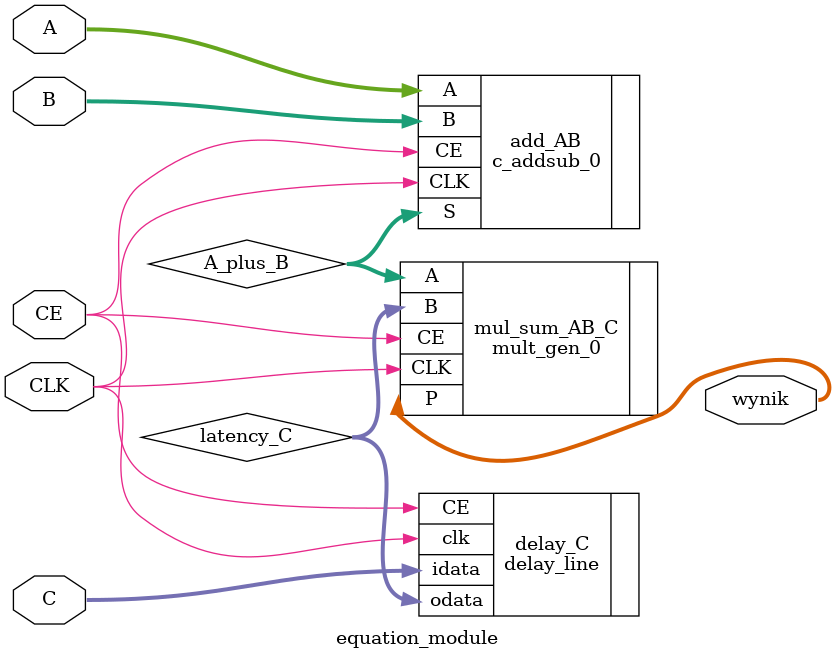
<source format=v>
`timescale 1ns / 1ps


module equation_module(
    input [11:0]A,
    input [11:0]B,
    input [11:0]C,
    input CLK,
    input CE,
    output [24:0]wynik
    );
   
   wire signed [12:0]A_plus_B;
   wire signed [11:0]latency_C;

//LATENCY 2 - wartosc latencji do wykonania tego dzialania
c_addsub_0 add_AB (
    .CE(CE),
    .CLK(CLK),
    .A(A),
    .B(B),
    .S(A_plus_B)
);    

delay_line #(.N(12), .DELAY(2)) delay_C(
    .clk(CLK),
    .CE(CE),
    .idata(C),
    .odata(latency_C)
);

mult_gen_0 mul_sum_AB_C (
    .CLK(CLK),
    .CE(CE),
    .A(A_plus_B),
    .B(latency_C),
    .P(wynik)
);
    
endmodule

</source>
